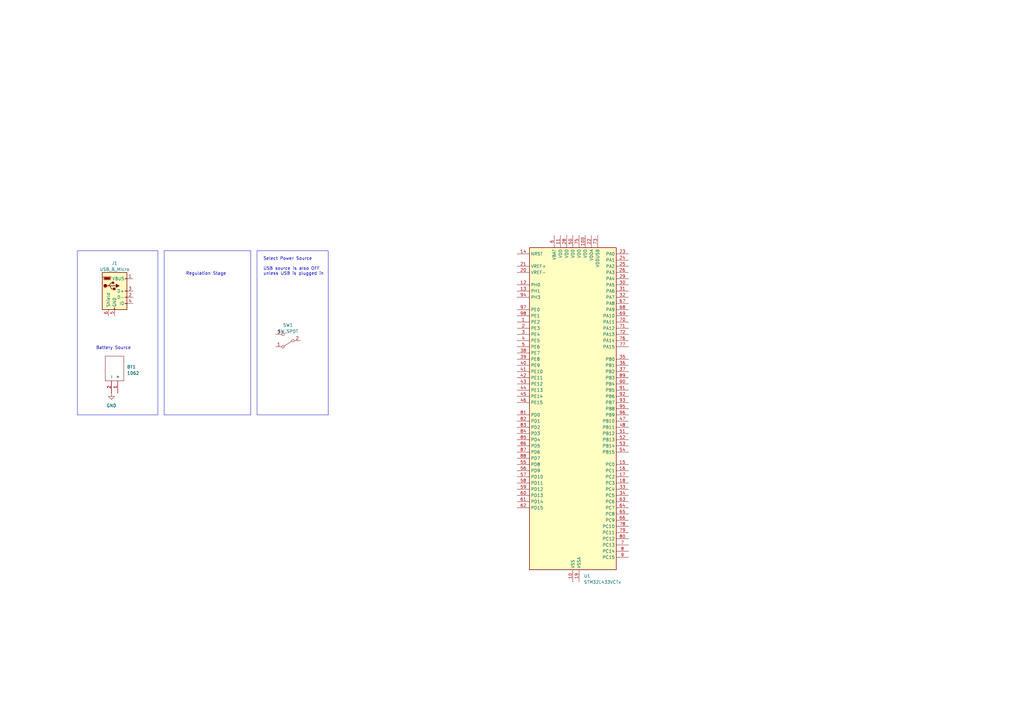
<source format=kicad_sch>
(kicad_sch (version 20230121) (generator eeschema)

  (uuid f2c5757f-e0e3-42ec-a3b9-27ce976e3a0f)

  (paper "A3")

  (title_block
    (date "2023-03-26")
    (company "Alexander S. Adranly")
  )

  (lib_symbols
    (symbol "Connector:USB_B_Micro" (pin_names (offset 1.016)) (in_bom yes) (on_board yes)
      (property "Reference" "J" (at -5.08 11.43 0)
        (effects (font (size 1.27 1.27)) (justify left))
      )
      (property "Value" "USB_B_Micro" (at -5.08 8.89 0)
        (effects (font (size 1.27 1.27)) (justify left))
      )
      (property "Footprint" "" (at 3.81 -1.27 0)
        (effects (font (size 1.27 1.27)) hide)
      )
      (property "Datasheet" "~" (at 3.81 -1.27 0)
        (effects (font (size 1.27 1.27)) hide)
      )
      (property "ki_keywords" "connector USB micro" (at 0 0 0)
        (effects (font (size 1.27 1.27)) hide)
      )
      (property "ki_description" "USB Micro Type B connector" (at 0 0 0)
        (effects (font (size 1.27 1.27)) hide)
      )
      (property "ki_fp_filters" "USB*" (at 0 0 0)
        (effects (font (size 1.27 1.27)) hide)
      )
      (symbol "USB_B_Micro_0_1"
        (rectangle (start -5.08 -7.62) (end 5.08 7.62)
          (stroke (width 0.254) (type default))
          (fill (type background))
        )
        (circle (center -3.81 2.159) (radius 0.635)
          (stroke (width 0.254) (type default))
          (fill (type outline))
        )
        (circle (center -0.635 3.429) (radius 0.381)
          (stroke (width 0.254) (type default))
          (fill (type outline))
        )
        (rectangle (start -0.127 -7.62) (end 0.127 -6.858)
          (stroke (width 0) (type default))
          (fill (type none))
        )
        (polyline
          (pts
            (xy -1.905 2.159)
            (xy 0.635 2.159)
          )
          (stroke (width 0.254) (type default))
          (fill (type none))
        )
        (polyline
          (pts
            (xy -3.175 2.159)
            (xy -2.54 2.159)
            (xy -1.27 3.429)
            (xy -0.635 3.429)
          )
          (stroke (width 0.254) (type default))
          (fill (type none))
        )
        (polyline
          (pts
            (xy -2.54 2.159)
            (xy -1.905 2.159)
            (xy -1.27 0.889)
            (xy 0 0.889)
          )
          (stroke (width 0.254) (type default))
          (fill (type none))
        )
        (polyline
          (pts
            (xy 0.635 2.794)
            (xy 0.635 1.524)
            (xy 1.905 2.159)
            (xy 0.635 2.794)
          )
          (stroke (width 0.254) (type default))
          (fill (type outline))
        )
        (polyline
          (pts
            (xy -4.318 5.588)
            (xy -1.778 5.588)
            (xy -2.032 4.826)
            (xy -4.064 4.826)
            (xy -4.318 5.588)
          )
          (stroke (width 0) (type default))
          (fill (type outline))
        )
        (polyline
          (pts
            (xy -4.699 5.842)
            (xy -4.699 5.588)
            (xy -4.445 4.826)
            (xy -4.445 4.572)
            (xy -1.651 4.572)
            (xy -1.651 4.826)
            (xy -1.397 5.588)
            (xy -1.397 5.842)
            (xy -4.699 5.842)
          )
          (stroke (width 0) (type default))
          (fill (type none))
        )
        (rectangle (start 0.254 1.27) (end -0.508 0.508)
          (stroke (width 0.254) (type default))
          (fill (type outline))
        )
        (rectangle (start 5.08 -5.207) (end 4.318 -4.953)
          (stroke (width 0) (type default))
          (fill (type none))
        )
        (rectangle (start 5.08 -2.667) (end 4.318 -2.413)
          (stroke (width 0) (type default))
          (fill (type none))
        )
        (rectangle (start 5.08 -0.127) (end 4.318 0.127)
          (stroke (width 0) (type default))
          (fill (type none))
        )
        (rectangle (start 5.08 4.953) (end 4.318 5.207)
          (stroke (width 0) (type default))
          (fill (type none))
        )
      )
      (symbol "USB_B_Micro_1_1"
        (pin power_out line (at 7.62 5.08 180) (length 2.54)
          (name "VBUS" (effects (font (size 1.27 1.27))))
          (number "1" (effects (font (size 1.27 1.27))))
        )
        (pin bidirectional line (at 7.62 -2.54 180) (length 2.54)
          (name "D-" (effects (font (size 1.27 1.27))))
          (number "2" (effects (font (size 1.27 1.27))))
        )
        (pin bidirectional line (at 7.62 0 180) (length 2.54)
          (name "D+" (effects (font (size 1.27 1.27))))
          (number "3" (effects (font (size 1.27 1.27))))
        )
        (pin passive line (at 7.62 -5.08 180) (length 2.54)
          (name "ID" (effects (font (size 1.27 1.27))))
          (number "4" (effects (font (size 1.27 1.27))))
        )
        (pin power_out line (at 0 -10.16 90) (length 2.54)
          (name "GND" (effects (font (size 1.27 1.27))))
          (number "5" (effects (font (size 1.27 1.27))))
        )
        (pin passive line (at -2.54 -10.16 90) (length 2.54)
          (name "Shield" (effects (font (size 1.27 1.27))))
          (number "6" (effects (font (size 1.27 1.27))))
        )
      )
    )
    (symbol "MCU_ST_STM32L4:STM32L433VCTx" (in_bom yes) (on_board yes)
      (property "Reference" "U" (at -17.78 67.31 0)
        (effects (font (size 1.27 1.27)) (justify left))
      )
      (property "Value" "STM32L433VCTx" (at 12.7 67.31 0)
        (effects (font (size 1.27 1.27)) (justify left))
      )
      (property "Footprint" "Package_QFP:LQFP-100_14x14mm_P0.5mm" (at -17.78 -66.04 0)
        (effects (font (size 1.27 1.27)) (justify right) hide)
      )
      (property "Datasheet" "https://www.st.com/resource/en/datasheet/stm32l433vc.pdf" (at 0 0 0)
        (effects (font (size 1.27 1.27)) hide)
      )
      (property "ki_locked" "" (at 0 0 0)
        (effects (font (size 1.27 1.27)))
      )
      (property "ki_keywords" "Arm Cortex-M4 STM32L4 STM32L4x3" (at 0 0 0)
        (effects (font (size 1.27 1.27)) hide)
      )
      (property "ki_description" "STMicroelectronics Arm Cortex-M4 MCU, 256KB flash, 64KB RAM, 80 MHz, 1.71-3.6V, 83 GPIO, LQFP100" (at 0 0 0)
        (effects (font (size 1.27 1.27)) hide)
      )
      (property "ki_fp_filters" "LQFP*14x14mm*P0.5mm*" (at 0 0 0)
        (effects (font (size 1.27 1.27)) hide)
      )
      (symbol "STM32L433VCTx_0_1"
        (rectangle (start -17.78 -66.04) (end 17.78 66.04)
          (stroke (width 0.254) (type default))
          (fill (type background))
        )
      )
      (symbol "STM32L433VCTx_1_1"
        (pin bidirectional line (at -22.86 35.56 0) (length 5.08)
          (name "PE2" (effects (font (size 1.27 1.27))))
          (number "1" (effects (font (size 1.27 1.27))))
          (alternate "LCD_SEG38" bidirectional line)
          (alternate "SAI1_MCLK_A" bidirectional line)
          (alternate "SYS_TRACECLK" bidirectional line)
          (alternate "TSC_G7_IO1" bidirectional line)
        )
        (pin power_in line (at 0 -71.12 90) (length 5.08)
          (name "VSS" (effects (font (size 1.27 1.27))))
          (number "10" (effects (font (size 1.27 1.27))))
        )
        (pin power_in line (at 5.08 71.12 270) (length 5.08)
          (name "VDD" (effects (font (size 1.27 1.27))))
          (number "100" (effects (font (size 1.27 1.27))))
        )
        (pin power_in line (at -5.08 71.12 270) (length 5.08)
          (name "VDD" (effects (font (size 1.27 1.27))))
          (number "11" (effects (font (size 1.27 1.27))))
        )
        (pin bidirectional line (at -22.86 50.8 0) (length 5.08)
          (name "PH0" (effects (font (size 1.27 1.27))))
          (number "12" (effects (font (size 1.27 1.27))))
          (alternate "RCC_OSC_IN" bidirectional line)
        )
        (pin bidirectional line (at -22.86 48.26 0) (length 5.08)
          (name "PH1" (effects (font (size 1.27 1.27))))
          (number "13" (effects (font (size 1.27 1.27))))
          (alternate "RCC_OSC_OUT" bidirectional line)
        )
        (pin input line (at -22.86 63.5 0) (length 5.08)
          (name "NRST" (effects (font (size 1.27 1.27))))
          (number "14" (effects (font (size 1.27 1.27))))
        )
        (pin bidirectional line (at 22.86 -22.86 180) (length 5.08)
          (name "PC0" (effects (font (size 1.27 1.27))))
          (number "15" (effects (font (size 1.27 1.27))))
          (alternate "ADC1_IN1" bidirectional line)
          (alternate "I2C3_SCL" bidirectional line)
          (alternate "LCD_SEG18" bidirectional line)
          (alternate "LPTIM1_IN1" bidirectional line)
          (alternate "LPTIM2_IN1" bidirectional line)
          (alternate "LPUART1_RX" bidirectional line)
        )
        (pin bidirectional line (at 22.86 -25.4 180) (length 5.08)
          (name "PC1" (effects (font (size 1.27 1.27))))
          (number "16" (effects (font (size 1.27 1.27))))
          (alternate "ADC1_IN2" bidirectional line)
          (alternate "I2C3_SDA" bidirectional line)
          (alternate "LCD_SEG19" bidirectional line)
          (alternate "LPTIM1_OUT" bidirectional line)
          (alternate "LPUART1_TX" bidirectional line)
        )
        (pin bidirectional line (at 22.86 -27.94 180) (length 5.08)
          (name "PC2" (effects (font (size 1.27 1.27))))
          (number "17" (effects (font (size 1.27 1.27))))
          (alternate "ADC1_IN3" bidirectional line)
          (alternate "LCD_SEG20" bidirectional line)
          (alternate "LPTIM1_IN2" bidirectional line)
          (alternate "SPI2_MISO" bidirectional line)
        )
        (pin bidirectional line (at 22.86 -30.48 180) (length 5.08)
          (name "PC3" (effects (font (size 1.27 1.27))))
          (number "18" (effects (font (size 1.27 1.27))))
          (alternate "ADC1_IN4" bidirectional line)
          (alternate "LCD_VLCD" bidirectional line)
          (alternate "LPTIM1_ETR" bidirectional line)
          (alternate "LPTIM2_ETR" bidirectional line)
          (alternate "SAI1_SD_A" bidirectional line)
          (alternate "SPI2_MOSI" bidirectional line)
        )
        (pin power_in line (at 2.54 -71.12 90) (length 5.08)
          (name "VSSA" (effects (font (size 1.27 1.27))))
          (number "19" (effects (font (size 1.27 1.27))))
        )
        (pin bidirectional line (at -22.86 33.02 0) (length 5.08)
          (name "PE3" (effects (font (size 1.27 1.27))))
          (number "2" (effects (font (size 1.27 1.27))))
          (alternate "LCD_SEG39" bidirectional line)
          (alternate "SAI1_SD_B" bidirectional line)
          (alternate "SYS_TRACED0" bidirectional line)
          (alternate "TSC_G7_IO2" bidirectional line)
        )
        (pin input line (at -22.86 55.88 0) (length 5.08)
          (name "VREF-" (effects (font (size 1.27 1.27))))
          (number "20" (effects (font (size 1.27 1.27))))
        )
        (pin input line (at -22.86 58.42 0) (length 5.08)
          (name "VREF+" (effects (font (size 1.27 1.27))))
          (number "21" (effects (font (size 1.27 1.27))))
          (alternate "VREFBUF_OUT" bidirectional line)
        )
        (pin power_in line (at 7.62 71.12 270) (length 5.08)
          (name "VDDA" (effects (font (size 1.27 1.27))))
          (number "22" (effects (font (size 1.27 1.27))))
        )
        (pin bidirectional line (at 22.86 63.5 180) (length 5.08)
          (name "PA0" (effects (font (size 1.27 1.27))))
          (number "23" (effects (font (size 1.27 1.27))))
          (alternate "ADC1_IN5" bidirectional line)
          (alternate "COMP1_INM" bidirectional line)
          (alternate "COMP1_OUT" bidirectional line)
          (alternate "OPAMP1_VINP" bidirectional line)
          (alternate "RTC_TAMP2" bidirectional line)
          (alternate "SAI1_EXTCLK" bidirectional line)
          (alternate "SYS_WKUP1" bidirectional line)
          (alternate "TIM2_CH1" bidirectional line)
          (alternate "TIM2_ETR" bidirectional line)
          (alternate "USART2_CTS" bidirectional line)
        )
        (pin bidirectional line (at 22.86 60.96 180) (length 5.08)
          (name "PA1" (effects (font (size 1.27 1.27))))
          (number "24" (effects (font (size 1.27 1.27))))
          (alternate "ADC1_IN6" bidirectional line)
          (alternate "COMP1_INP" bidirectional line)
          (alternate "I2C1_SMBA" bidirectional line)
          (alternate "LCD_SEG0" bidirectional line)
          (alternate "OPAMP1_VINM" bidirectional line)
          (alternate "SPI1_SCK" bidirectional line)
          (alternate "TIM15_CH1N" bidirectional line)
          (alternate "TIM2_CH2" bidirectional line)
          (alternate "USART2_DE" bidirectional line)
          (alternate "USART2_RTS" bidirectional line)
        )
        (pin bidirectional line (at 22.86 58.42 180) (length 5.08)
          (name "PA2" (effects (font (size 1.27 1.27))))
          (number "25" (effects (font (size 1.27 1.27))))
          (alternate "ADC1_IN7" bidirectional line)
          (alternate "COMP2_INM" bidirectional line)
          (alternate "COMP2_OUT" bidirectional line)
          (alternate "LCD_SEG1" bidirectional line)
          (alternate "LPUART1_TX" bidirectional line)
          (alternate "QUADSPI_BK1_NCS" bidirectional line)
          (alternate "RCC_LSCO" bidirectional line)
          (alternate "SYS_WKUP4" bidirectional line)
          (alternate "TIM15_CH1" bidirectional line)
          (alternate "TIM2_CH3" bidirectional line)
          (alternate "USART2_TX" bidirectional line)
        )
        (pin bidirectional line (at 22.86 55.88 180) (length 5.08)
          (name "PA3" (effects (font (size 1.27 1.27))))
          (number "26" (effects (font (size 1.27 1.27))))
          (alternate "ADC1_IN8" bidirectional line)
          (alternate "COMP2_INP" bidirectional line)
          (alternate "LCD_SEG2" bidirectional line)
          (alternate "LPUART1_RX" bidirectional line)
          (alternate "OPAMP1_VOUT" bidirectional line)
          (alternate "QUADSPI_CLK" bidirectional line)
          (alternate "SAI1_MCLK_A" bidirectional line)
          (alternate "TIM15_CH2" bidirectional line)
          (alternate "TIM2_CH4" bidirectional line)
          (alternate "USART2_RX" bidirectional line)
        )
        (pin passive line (at 0 -71.12 90) (length 5.08) hide
          (name "VSS" (effects (font (size 1.27 1.27))))
          (number "27" (effects (font (size 1.27 1.27))))
        )
        (pin power_in line (at -2.54 71.12 270) (length 5.08)
          (name "VDD" (effects (font (size 1.27 1.27))))
          (number "28" (effects (font (size 1.27 1.27))))
        )
        (pin bidirectional line (at 22.86 53.34 180) (length 5.08)
          (name "PA4" (effects (font (size 1.27 1.27))))
          (number "29" (effects (font (size 1.27 1.27))))
          (alternate "ADC1_IN9" bidirectional line)
          (alternate "COMP1_INM" bidirectional line)
          (alternate "COMP2_INM" bidirectional line)
          (alternate "DAC1_OUT1" bidirectional line)
          (alternate "LPTIM2_OUT" bidirectional line)
          (alternate "SAI1_FS_B" bidirectional line)
          (alternate "SPI1_NSS" bidirectional line)
          (alternate "SPI3_NSS" bidirectional line)
          (alternate "USART2_CK" bidirectional line)
        )
        (pin bidirectional line (at -22.86 30.48 0) (length 5.08)
          (name "PE4" (effects (font (size 1.27 1.27))))
          (number "3" (effects (font (size 1.27 1.27))))
          (alternate "SAI1_FS_A" bidirectional line)
          (alternate "SYS_TRACED1" bidirectional line)
          (alternate "TSC_G7_IO3" bidirectional line)
        )
        (pin bidirectional line (at 22.86 50.8 180) (length 5.08)
          (name "PA5" (effects (font (size 1.27 1.27))))
          (number "30" (effects (font (size 1.27 1.27))))
          (alternate "ADC1_IN10" bidirectional line)
          (alternate "COMP1_INM" bidirectional line)
          (alternate "COMP2_INM" bidirectional line)
          (alternate "DAC1_OUT2" bidirectional line)
          (alternate "LPTIM2_ETR" bidirectional line)
          (alternate "SPI1_SCK" bidirectional line)
          (alternate "TIM2_CH1" bidirectional line)
          (alternate "TIM2_ETR" bidirectional line)
        )
        (pin bidirectional line (at 22.86 48.26 180) (length 5.08)
          (name "PA6" (effects (font (size 1.27 1.27))))
          (number "31" (effects (font (size 1.27 1.27))))
          (alternate "ADC1_IN11" bidirectional line)
          (alternate "COMP1_OUT" bidirectional line)
          (alternate "LCD_SEG3" bidirectional line)
          (alternate "LPUART1_CTS" bidirectional line)
          (alternate "QUADSPI_BK1_IO3" bidirectional line)
          (alternate "SPI1_MISO" bidirectional line)
          (alternate "TIM16_CH1" bidirectional line)
          (alternate "TIM1_BKIN" bidirectional line)
          (alternate "TIM1_BKIN_COMP2" bidirectional line)
          (alternate "USART3_CTS" bidirectional line)
        )
        (pin bidirectional line (at 22.86 45.72 180) (length 5.08)
          (name "PA7" (effects (font (size 1.27 1.27))))
          (number "32" (effects (font (size 1.27 1.27))))
          (alternate "ADC1_IN12" bidirectional line)
          (alternate "COMP2_OUT" bidirectional line)
          (alternate "I2C3_SCL" bidirectional line)
          (alternate "LCD_SEG4" bidirectional line)
          (alternate "QUADSPI_BK1_IO2" bidirectional line)
          (alternate "SPI1_MOSI" bidirectional line)
          (alternate "TIM1_CH1N" bidirectional line)
        )
        (pin bidirectional line (at 22.86 -33.02 180) (length 5.08)
          (name "PC4" (effects (font (size 1.27 1.27))))
          (number "33" (effects (font (size 1.27 1.27))))
          (alternate "ADC1_IN13" bidirectional line)
          (alternate "COMP1_INM" bidirectional line)
          (alternate "LCD_SEG22" bidirectional line)
          (alternate "USART3_TX" bidirectional line)
        )
        (pin bidirectional line (at 22.86 -35.56 180) (length 5.08)
          (name "PC5" (effects (font (size 1.27 1.27))))
          (number "34" (effects (font (size 1.27 1.27))))
          (alternate "ADC1_IN14" bidirectional line)
          (alternate "COMP1_INP" bidirectional line)
          (alternate "LCD_SEG23" bidirectional line)
          (alternate "SYS_WKUP5" bidirectional line)
          (alternate "USART3_RX" bidirectional line)
        )
        (pin bidirectional line (at 22.86 20.32 180) (length 5.08)
          (name "PB0" (effects (font (size 1.27 1.27))))
          (number "35" (effects (font (size 1.27 1.27))))
          (alternate "ADC1_IN15" bidirectional line)
          (alternate "COMP1_OUT" bidirectional line)
          (alternate "LCD_SEG5" bidirectional line)
          (alternate "QUADSPI_BK1_IO1" bidirectional line)
          (alternate "SAI1_EXTCLK" bidirectional line)
          (alternate "SPI1_NSS" bidirectional line)
          (alternate "TIM1_CH2N" bidirectional line)
          (alternate "USART3_CK" bidirectional line)
        )
        (pin bidirectional line (at 22.86 17.78 180) (length 5.08)
          (name "PB1" (effects (font (size 1.27 1.27))))
          (number "36" (effects (font (size 1.27 1.27))))
          (alternate "ADC1_IN16" bidirectional line)
          (alternate "COMP1_INM" bidirectional line)
          (alternate "LCD_SEG6" bidirectional line)
          (alternate "LPTIM2_IN1" bidirectional line)
          (alternate "LPUART1_DE" bidirectional line)
          (alternate "LPUART1_RTS" bidirectional line)
          (alternate "QUADSPI_BK1_IO0" bidirectional line)
          (alternate "TIM1_CH3N" bidirectional line)
          (alternate "USART3_DE" bidirectional line)
          (alternate "USART3_RTS" bidirectional line)
        )
        (pin bidirectional line (at 22.86 15.24 180) (length 5.08)
          (name "PB2" (effects (font (size 1.27 1.27))))
          (number "37" (effects (font (size 1.27 1.27))))
          (alternate "COMP1_INP" bidirectional line)
          (alternate "I2C3_SMBA" bidirectional line)
          (alternate "LCD_VLCD" bidirectional line)
          (alternate "LPTIM1_OUT" bidirectional line)
          (alternate "RTC_OUT_ALARM" bidirectional line)
          (alternate "RTC_OUT_CALIB" bidirectional line)
        )
        (pin bidirectional line (at -22.86 22.86 0) (length 5.08)
          (name "PE7" (effects (font (size 1.27 1.27))))
          (number "38" (effects (font (size 1.27 1.27))))
          (alternate "SAI1_SD_B" bidirectional line)
          (alternate "TIM1_ETR" bidirectional line)
        )
        (pin bidirectional line (at -22.86 20.32 0) (length 5.08)
          (name "PE8" (effects (font (size 1.27 1.27))))
          (number "39" (effects (font (size 1.27 1.27))))
          (alternate "SAI1_SCK_B" bidirectional line)
          (alternate "TIM1_CH1N" bidirectional line)
        )
        (pin bidirectional line (at -22.86 27.94 0) (length 5.08)
          (name "PE5" (effects (font (size 1.27 1.27))))
          (number "4" (effects (font (size 1.27 1.27))))
          (alternate "SAI1_SCK_A" bidirectional line)
          (alternate "SYS_TRACED2" bidirectional line)
          (alternate "TSC_G7_IO4" bidirectional line)
        )
        (pin bidirectional line (at -22.86 17.78 0) (length 5.08)
          (name "PE9" (effects (font (size 1.27 1.27))))
          (number "40" (effects (font (size 1.27 1.27))))
          (alternate "DAC1_EXTI9" bidirectional line)
          (alternate "SAI1_FS_B" bidirectional line)
          (alternate "TIM1_CH1" bidirectional line)
        )
        (pin bidirectional line (at -22.86 15.24 0) (length 5.08)
          (name "PE10" (effects (font (size 1.27 1.27))))
          (number "41" (effects (font (size 1.27 1.27))))
          (alternate "QUADSPI_CLK" bidirectional line)
          (alternate "SAI1_MCLK_B" bidirectional line)
          (alternate "TIM1_CH2N" bidirectional line)
          (alternate "TSC_G5_IO1" bidirectional line)
        )
        (pin bidirectional line (at -22.86 12.7 0) (length 5.08)
          (name "PE11" (effects (font (size 1.27 1.27))))
          (number "42" (effects (font (size 1.27 1.27))))
          (alternate "ADC1_EXTI11" bidirectional line)
          (alternate "QUADSPI_BK1_NCS" bidirectional line)
          (alternate "TIM1_CH2" bidirectional line)
          (alternate "TSC_G5_IO2" bidirectional line)
        )
        (pin bidirectional line (at -22.86 10.16 0) (length 5.08)
          (name "PE12" (effects (font (size 1.27 1.27))))
          (number "43" (effects (font (size 1.27 1.27))))
          (alternate "QUADSPI_BK1_IO0" bidirectional line)
          (alternate "SPI1_NSS" bidirectional line)
          (alternate "TIM1_CH3N" bidirectional line)
          (alternate "TSC_G5_IO3" bidirectional line)
        )
        (pin bidirectional line (at -22.86 7.62 0) (length 5.08)
          (name "PE13" (effects (font (size 1.27 1.27))))
          (number "44" (effects (font (size 1.27 1.27))))
          (alternate "QUADSPI_BK1_IO1" bidirectional line)
          (alternate "SPI1_SCK" bidirectional line)
          (alternate "TIM1_CH3" bidirectional line)
          (alternate "TSC_G5_IO4" bidirectional line)
        )
        (pin bidirectional line (at -22.86 5.08 0) (length 5.08)
          (name "PE14" (effects (font (size 1.27 1.27))))
          (number "45" (effects (font (size 1.27 1.27))))
          (alternate "QUADSPI_BK1_IO2" bidirectional line)
          (alternate "SPI1_MISO" bidirectional line)
          (alternate "TIM1_BKIN2" bidirectional line)
          (alternate "TIM1_BKIN2_COMP2" bidirectional line)
          (alternate "TIM1_CH4" bidirectional line)
        )
        (pin bidirectional line (at -22.86 2.54 0) (length 5.08)
          (name "PE15" (effects (font (size 1.27 1.27))))
          (number "46" (effects (font (size 1.27 1.27))))
          (alternate "ADC1_EXTI15" bidirectional line)
          (alternate "QUADSPI_BK1_IO3" bidirectional line)
          (alternate "SPI1_MOSI" bidirectional line)
          (alternate "TIM1_BKIN" bidirectional line)
          (alternate "TIM1_BKIN_COMP1" bidirectional line)
        )
        (pin bidirectional line (at 22.86 -5.08 180) (length 5.08)
          (name "PB10" (effects (font (size 1.27 1.27))))
          (number "47" (effects (font (size 1.27 1.27))))
          (alternate "COMP1_OUT" bidirectional line)
          (alternate "I2C2_SCL" bidirectional line)
          (alternate "LCD_SEG10" bidirectional line)
          (alternate "LPUART1_RX" bidirectional line)
          (alternate "QUADSPI_CLK" bidirectional line)
          (alternate "SAI1_SCK_A" bidirectional line)
          (alternate "SPI2_SCK" bidirectional line)
          (alternate "TIM2_CH3" bidirectional line)
          (alternate "TSC_SYNC" bidirectional line)
          (alternate "USART3_TX" bidirectional line)
        )
        (pin bidirectional line (at 22.86 -7.62 180) (length 5.08)
          (name "PB11" (effects (font (size 1.27 1.27))))
          (number "48" (effects (font (size 1.27 1.27))))
          (alternate "ADC1_EXTI11" bidirectional line)
          (alternate "COMP2_OUT" bidirectional line)
          (alternate "I2C2_SDA" bidirectional line)
          (alternate "LCD_SEG11" bidirectional line)
          (alternate "LPUART1_TX" bidirectional line)
          (alternate "QUADSPI_BK1_NCS" bidirectional line)
          (alternate "TIM2_CH4" bidirectional line)
          (alternate "USART3_RX" bidirectional line)
        )
        (pin passive line (at 0 -71.12 90) (length 5.08) hide
          (name "VSS" (effects (font (size 1.27 1.27))))
          (number "49" (effects (font (size 1.27 1.27))))
        )
        (pin bidirectional line (at -22.86 25.4 0) (length 5.08)
          (name "PE6" (effects (font (size 1.27 1.27))))
          (number "5" (effects (font (size 1.27 1.27))))
          (alternate "RTC_TAMP3" bidirectional line)
          (alternate "SAI1_SD_A" bidirectional line)
          (alternate "SYS_TRACED3" bidirectional line)
          (alternate "SYS_WKUP3" bidirectional line)
        )
        (pin power_in line (at 0 71.12 270) (length 5.08)
          (name "VDD" (effects (font (size 1.27 1.27))))
          (number "50" (effects (font (size 1.27 1.27))))
        )
        (pin bidirectional line (at 22.86 -10.16 180) (length 5.08)
          (name "PB12" (effects (font (size 1.27 1.27))))
          (number "51" (effects (font (size 1.27 1.27))))
          (alternate "I2C2_SMBA" bidirectional line)
          (alternate "LCD_SEG12" bidirectional line)
          (alternate "LPUART1_DE" bidirectional line)
          (alternate "LPUART1_RTS" bidirectional line)
          (alternate "SAI1_FS_A" bidirectional line)
          (alternate "SPI2_NSS" bidirectional line)
          (alternate "SWPMI1_IO" bidirectional line)
          (alternate "TIM15_BKIN" bidirectional line)
          (alternate "TIM1_BKIN" bidirectional line)
          (alternate "TIM1_BKIN_COMP2" bidirectional line)
          (alternate "TSC_G1_IO1" bidirectional line)
          (alternate "USART3_CK" bidirectional line)
        )
        (pin bidirectional line (at 22.86 -12.7 180) (length 5.08)
          (name "PB13" (effects (font (size 1.27 1.27))))
          (number "52" (effects (font (size 1.27 1.27))))
          (alternate "I2C2_SCL" bidirectional line)
          (alternate "LCD_SEG13" bidirectional line)
          (alternate "LPUART1_CTS" bidirectional line)
          (alternate "SAI1_SCK_A" bidirectional line)
          (alternate "SPI2_SCK" bidirectional line)
          (alternate "SWPMI1_TX" bidirectional line)
          (alternate "TIM15_CH1N" bidirectional line)
          (alternate "TIM1_CH1N" bidirectional line)
          (alternate "TSC_G1_IO2" bidirectional line)
          (alternate "USART3_CTS" bidirectional line)
        )
        (pin bidirectional line (at 22.86 -15.24 180) (length 5.08)
          (name "PB14" (effects (font (size 1.27 1.27))))
          (number "53" (effects (font (size 1.27 1.27))))
          (alternate "I2C2_SDA" bidirectional line)
          (alternate "LCD_SEG14" bidirectional line)
          (alternate "SAI1_MCLK_A" bidirectional line)
          (alternate "SPI2_MISO" bidirectional line)
          (alternate "SWPMI1_RX" bidirectional line)
          (alternate "TIM15_CH1" bidirectional line)
          (alternate "TIM1_CH2N" bidirectional line)
          (alternate "TSC_G1_IO3" bidirectional line)
          (alternate "USART3_DE" bidirectional line)
          (alternate "USART3_RTS" bidirectional line)
        )
        (pin bidirectional line (at 22.86 -17.78 180) (length 5.08)
          (name "PB15" (effects (font (size 1.27 1.27))))
          (number "54" (effects (font (size 1.27 1.27))))
          (alternate "ADC1_EXTI15" bidirectional line)
          (alternate "LCD_SEG15" bidirectional line)
          (alternate "RTC_REFIN" bidirectional line)
          (alternate "SAI1_SD_A" bidirectional line)
          (alternate "SPI2_MOSI" bidirectional line)
          (alternate "SWPMI1_SUSPEND" bidirectional line)
          (alternate "TIM15_CH2" bidirectional line)
          (alternate "TIM1_CH3N" bidirectional line)
          (alternate "TSC_G1_IO4" bidirectional line)
        )
        (pin bidirectional line (at -22.86 -22.86 0) (length 5.08)
          (name "PD8" (effects (font (size 1.27 1.27))))
          (number "55" (effects (font (size 1.27 1.27))))
          (alternate "LCD_SEG28" bidirectional line)
          (alternate "USART3_TX" bidirectional line)
        )
        (pin bidirectional line (at -22.86 -25.4 0) (length 5.08)
          (name "PD9" (effects (font (size 1.27 1.27))))
          (number "56" (effects (font (size 1.27 1.27))))
          (alternate "DAC1_EXTI9" bidirectional line)
          (alternate "LCD_SEG29" bidirectional line)
          (alternate "USART3_RX" bidirectional line)
        )
        (pin bidirectional line (at -22.86 -27.94 0) (length 5.08)
          (name "PD10" (effects (font (size 1.27 1.27))))
          (number "57" (effects (font (size 1.27 1.27))))
          (alternate "LCD_SEG30" bidirectional line)
          (alternate "TSC_G6_IO1" bidirectional line)
          (alternate "USART3_CK" bidirectional line)
        )
        (pin bidirectional line (at -22.86 -30.48 0) (length 5.08)
          (name "PD11" (effects (font (size 1.27 1.27))))
          (number "58" (effects (font (size 1.27 1.27))))
          (alternate "ADC1_EXTI11" bidirectional line)
          (alternate "LCD_SEG31" bidirectional line)
          (alternate "LPTIM2_ETR" bidirectional line)
          (alternate "TSC_G6_IO2" bidirectional line)
          (alternate "USART3_CTS" bidirectional line)
        )
        (pin bidirectional line (at -22.86 -33.02 0) (length 5.08)
          (name "PD12" (effects (font (size 1.27 1.27))))
          (number "59" (effects (font (size 1.27 1.27))))
          (alternate "LCD_SEG32" bidirectional line)
          (alternate "LPTIM2_IN1" bidirectional line)
          (alternate "TSC_G6_IO3" bidirectional line)
          (alternate "USART3_DE" bidirectional line)
          (alternate "USART3_RTS" bidirectional line)
        )
        (pin power_in line (at -7.62 71.12 270) (length 5.08)
          (name "VBAT" (effects (font (size 1.27 1.27))))
          (number "6" (effects (font (size 1.27 1.27))))
        )
        (pin bidirectional line (at -22.86 -35.56 0) (length 5.08)
          (name "PD13" (effects (font (size 1.27 1.27))))
          (number "60" (effects (font (size 1.27 1.27))))
          (alternate "LCD_SEG33" bidirectional line)
          (alternate "LPTIM2_OUT" bidirectional line)
          (alternate "TSC_G6_IO4" bidirectional line)
        )
        (pin bidirectional line (at -22.86 -38.1 0) (length 5.08)
          (name "PD14" (effects (font (size 1.27 1.27))))
          (number "61" (effects (font (size 1.27 1.27))))
          (alternate "LCD_SEG34" bidirectional line)
        )
        (pin bidirectional line (at -22.86 -40.64 0) (length 5.08)
          (name "PD15" (effects (font (size 1.27 1.27))))
          (number "62" (effects (font (size 1.27 1.27))))
          (alternate "ADC1_EXTI15" bidirectional line)
          (alternate "LCD_SEG35" bidirectional line)
        )
        (pin bidirectional line (at 22.86 -38.1 180) (length 5.08)
          (name "PC6" (effects (font (size 1.27 1.27))))
          (number "63" (effects (font (size 1.27 1.27))))
          (alternate "LCD_SEG24" bidirectional line)
          (alternate "SDMMC1_D6" bidirectional line)
          (alternate "TSC_G4_IO1" bidirectional line)
        )
        (pin bidirectional line (at 22.86 -40.64 180) (length 5.08)
          (name "PC7" (effects (font (size 1.27 1.27))))
          (number "64" (effects (font (size 1.27 1.27))))
          (alternate "LCD_SEG25" bidirectional line)
          (alternate "SDMMC1_D7" bidirectional line)
          (alternate "TSC_G4_IO2" bidirectional line)
        )
        (pin bidirectional line (at 22.86 -43.18 180) (length 5.08)
          (name "PC8" (effects (font (size 1.27 1.27))))
          (number "65" (effects (font (size 1.27 1.27))))
          (alternate "LCD_SEG26" bidirectional line)
          (alternate "SDMMC1_D0" bidirectional line)
          (alternate "TSC_G4_IO3" bidirectional line)
        )
        (pin bidirectional line (at 22.86 -45.72 180) (length 5.08)
          (name "PC9" (effects (font (size 1.27 1.27))))
          (number "66" (effects (font (size 1.27 1.27))))
          (alternate "DAC1_EXTI9" bidirectional line)
          (alternate "LCD_SEG27" bidirectional line)
          (alternate "SDMMC1_D1" bidirectional line)
          (alternate "TSC_G4_IO4" bidirectional line)
          (alternate "USB_NOE" bidirectional line)
        )
        (pin bidirectional line (at 22.86 43.18 180) (length 5.08)
          (name "PA8" (effects (font (size 1.27 1.27))))
          (number "67" (effects (font (size 1.27 1.27))))
          (alternate "LCD_COM0" bidirectional line)
          (alternate "LPTIM2_OUT" bidirectional line)
          (alternate "RCC_MCO" bidirectional line)
          (alternate "SAI1_SCK_A" bidirectional line)
          (alternate "SWPMI1_IO" bidirectional line)
          (alternate "TIM1_CH1" bidirectional line)
          (alternate "USART1_CK" bidirectional line)
        )
        (pin bidirectional line (at 22.86 40.64 180) (length 5.08)
          (name "PA9" (effects (font (size 1.27 1.27))))
          (number "68" (effects (font (size 1.27 1.27))))
          (alternate "DAC1_EXTI9" bidirectional line)
          (alternate "I2C1_SCL" bidirectional line)
          (alternate "LCD_COM1" bidirectional line)
          (alternate "SAI1_FS_A" bidirectional line)
          (alternate "TIM15_BKIN" bidirectional line)
          (alternate "TIM1_CH2" bidirectional line)
          (alternate "USART1_TX" bidirectional line)
        )
        (pin bidirectional line (at 22.86 38.1 180) (length 5.08)
          (name "PA10" (effects (font (size 1.27 1.27))))
          (number "69" (effects (font (size 1.27 1.27))))
          (alternate "CRS_SYNC" bidirectional line)
          (alternate "I2C1_SDA" bidirectional line)
          (alternate "LCD_COM2" bidirectional line)
          (alternate "SAI1_SD_A" bidirectional line)
          (alternate "TIM1_CH3" bidirectional line)
          (alternate "USART1_RX" bidirectional line)
        )
        (pin bidirectional line (at 22.86 -55.88 180) (length 5.08)
          (name "PC13" (effects (font (size 1.27 1.27))))
          (number "7" (effects (font (size 1.27 1.27))))
          (alternate "RTC_OUT_ALARM" bidirectional line)
          (alternate "RTC_OUT_CALIB" bidirectional line)
          (alternate "RTC_TAMP1" bidirectional line)
          (alternate "RTC_TS" bidirectional line)
          (alternate "SYS_WKUP2" bidirectional line)
        )
        (pin bidirectional line (at 22.86 35.56 180) (length 5.08)
          (name "PA11" (effects (font (size 1.27 1.27))))
          (number "70" (effects (font (size 1.27 1.27))))
          (alternate "ADC1_EXTI11" bidirectional line)
          (alternate "CAN1_RX" bidirectional line)
          (alternate "COMP1_OUT" bidirectional line)
          (alternate "SPI1_MISO" bidirectional line)
          (alternate "TIM1_BKIN2" bidirectional line)
          (alternate "TIM1_BKIN2_COMP1" bidirectional line)
          (alternate "TIM1_CH4" bidirectional line)
          (alternate "USART1_CTS" bidirectional line)
          (alternate "USB_DM" bidirectional line)
        )
        (pin bidirectional line (at 22.86 33.02 180) (length 5.08)
          (name "PA12" (effects (font (size 1.27 1.27))))
          (number "71" (effects (font (size 1.27 1.27))))
          (alternate "CAN1_TX" bidirectional line)
          (alternate "SPI1_MOSI" bidirectional line)
          (alternate "TIM1_ETR" bidirectional line)
          (alternate "USART1_DE" bidirectional line)
          (alternate "USART1_RTS" bidirectional line)
          (alternate "USB_DP" bidirectional line)
        )
        (pin bidirectional line (at 22.86 30.48 180) (length 5.08)
          (name "PA13" (effects (font (size 1.27 1.27))))
          (number "72" (effects (font (size 1.27 1.27))))
          (alternate "IR_OUT" bidirectional line)
          (alternate "SAI1_SD_B" bidirectional line)
          (alternate "SWPMI1_TX" bidirectional line)
          (alternate "SYS_JTMS-SWDIO" bidirectional line)
          (alternate "USB_NOE" bidirectional line)
        )
        (pin power_in line (at 10.16 71.12 270) (length 5.08)
          (name "VDDUSB" (effects (font (size 1.27 1.27))))
          (number "73" (effects (font (size 1.27 1.27))))
        )
        (pin passive line (at 0 -71.12 90) (length 5.08) hide
          (name "VSS" (effects (font (size 1.27 1.27))))
          (number "74" (effects (font (size 1.27 1.27))))
        )
        (pin power_in line (at 2.54 71.12 270) (length 5.08)
          (name "VDD" (effects (font (size 1.27 1.27))))
          (number "75" (effects (font (size 1.27 1.27))))
        )
        (pin bidirectional line (at 22.86 27.94 180) (length 5.08)
          (name "PA14" (effects (font (size 1.27 1.27))))
          (number "76" (effects (font (size 1.27 1.27))))
          (alternate "I2C1_SMBA" bidirectional line)
          (alternate "LPTIM1_OUT" bidirectional line)
          (alternate "SAI1_FS_B" bidirectional line)
          (alternate "SWPMI1_RX" bidirectional line)
          (alternate "SYS_JTCK-SWCLK" bidirectional line)
        )
        (pin bidirectional line (at 22.86 25.4 180) (length 5.08)
          (name "PA15" (effects (font (size 1.27 1.27))))
          (number "77" (effects (font (size 1.27 1.27))))
          (alternate "ADC1_EXTI15" bidirectional line)
          (alternate "LCD_SEG17" bidirectional line)
          (alternate "SPI1_NSS" bidirectional line)
          (alternate "SPI3_NSS" bidirectional line)
          (alternate "SWPMI1_SUSPEND" bidirectional line)
          (alternate "SYS_JTDI" bidirectional line)
          (alternate "TIM2_CH1" bidirectional line)
          (alternate "TIM2_ETR" bidirectional line)
          (alternate "TSC_G3_IO1" bidirectional line)
          (alternate "USART2_RX" bidirectional line)
          (alternate "USART3_DE" bidirectional line)
          (alternate "USART3_RTS" bidirectional line)
        )
        (pin bidirectional line (at 22.86 -48.26 180) (length 5.08)
          (name "PC10" (effects (font (size 1.27 1.27))))
          (number "78" (effects (font (size 1.27 1.27))))
          (alternate "LCD_COM4" bidirectional line)
          (alternate "LCD_SEG28" bidirectional line)
          (alternate "LCD_SEG40" bidirectional line)
          (alternate "SDMMC1_D2" bidirectional line)
          (alternate "SPI3_SCK" bidirectional line)
          (alternate "TSC_G3_IO2" bidirectional line)
          (alternate "USART3_TX" bidirectional line)
        )
        (pin bidirectional line (at 22.86 -50.8 180) (length 5.08)
          (name "PC11" (effects (font (size 1.27 1.27))))
          (number "79" (effects (font (size 1.27 1.27))))
          (alternate "ADC1_EXTI11" bidirectional line)
          (alternate "LCD_COM5" bidirectional line)
          (alternate "LCD_SEG29" bidirectional line)
          (alternate "LCD_SEG41" bidirectional line)
          (alternate "SDMMC1_D3" bidirectional line)
          (alternate "SPI3_MISO" bidirectional line)
          (alternate "TSC_G3_IO3" bidirectional line)
          (alternate "USART3_RX" bidirectional line)
        )
        (pin bidirectional line (at 22.86 -58.42 180) (length 5.08)
          (name "PC14" (effects (font (size 1.27 1.27))))
          (number "8" (effects (font (size 1.27 1.27))))
          (alternate "RCC_OSC32_IN" bidirectional line)
        )
        (pin bidirectional line (at 22.86 -53.34 180) (length 5.08)
          (name "PC12" (effects (font (size 1.27 1.27))))
          (number "80" (effects (font (size 1.27 1.27))))
          (alternate "LCD_COM6" bidirectional line)
          (alternate "LCD_SEG30" bidirectional line)
          (alternate "LCD_SEG42" bidirectional line)
          (alternate "SDMMC1_CK" bidirectional line)
          (alternate "SPI3_MOSI" bidirectional line)
          (alternate "TSC_G3_IO4" bidirectional line)
          (alternate "USART3_CK" bidirectional line)
        )
        (pin bidirectional line (at -22.86 -2.54 0) (length 5.08)
          (name "PD0" (effects (font (size 1.27 1.27))))
          (number "81" (effects (font (size 1.27 1.27))))
          (alternate "CAN1_RX" bidirectional line)
          (alternate "SPI2_NSS" bidirectional line)
        )
        (pin bidirectional line (at -22.86 -5.08 0) (length 5.08)
          (name "PD1" (effects (font (size 1.27 1.27))))
          (number "82" (effects (font (size 1.27 1.27))))
          (alternate "CAN1_TX" bidirectional line)
          (alternate "SPI2_SCK" bidirectional line)
        )
        (pin bidirectional line (at -22.86 -7.62 0) (length 5.08)
          (name "PD2" (effects (font (size 1.27 1.27))))
          (number "83" (effects (font (size 1.27 1.27))))
          (alternate "LCD_COM7" bidirectional line)
          (alternate "LCD_SEG31" bidirectional line)
          (alternate "LCD_SEG43" bidirectional line)
          (alternate "SDMMC1_CMD" bidirectional line)
          (alternate "TSC_SYNC" bidirectional line)
          (alternate "USART3_DE" bidirectional line)
          (alternate "USART3_RTS" bidirectional line)
        )
        (pin bidirectional line (at -22.86 -10.16 0) (length 5.08)
          (name "PD3" (effects (font (size 1.27 1.27))))
          (number "84" (effects (font (size 1.27 1.27))))
          (alternate "QUADSPI_BK2_NCS" bidirectional line)
          (alternate "SPI2_MISO" bidirectional line)
          (alternate "USART2_CTS" bidirectional line)
        )
        (pin bidirectional line (at -22.86 -12.7 0) (length 5.08)
          (name "PD4" (effects (font (size 1.27 1.27))))
          (number "85" (effects (font (size 1.27 1.27))))
          (alternate "QUADSPI_BK2_IO0" bidirectional line)
          (alternate "SPI2_MOSI" bidirectional line)
          (alternate "USART2_DE" bidirectional line)
          (alternate "USART2_RTS" bidirectional line)
        )
        (pin bidirectional line (at -22.86 -15.24 0) (length 5.08)
          (name "PD5" (effects (font (size 1.27 1.27))))
          (number "86" (effects (font (size 1.27 1.27))))
          (alternate "QUADSPI_BK2_IO1" bidirectional line)
          (alternate "USART2_TX" bidirectional line)
        )
        (pin bidirectional line (at -22.86 -17.78 0) (length 5.08)
          (name "PD6" (effects (font (size 1.27 1.27))))
          (number "87" (effects (font (size 1.27 1.27))))
          (alternate "QUADSPI_BK2_IO2" bidirectional line)
          (alternate "SAI1_SD_A" bidirectional line)
          (alternate "USART2_RX" bidirectional line)
        )
        (pin bidirectional line (at -22.86 -20.32 0) (length 5.08)
          (name "PD7" (effects (font (size 1.27 1.27))))
          (number "88" (effects (font (size 1.27 1.27))))
          (alternate "QUADSPI_BK2_IO3" bidirectional line)
          (alternate "USART2_CK" bidirectional line)
        )
        (pin bidirectional line (at 22.86 12.7 180) (length 5.08)
          (name "PB3" (effects (font (size 1.27 1.27))))
          (number "89" (effects (font (size 1.27 1.27))))
          (alternate "COMP2_INM" bidirectional line)
          (alternate "LCD_SEG7" bidirectional line)
          (alternate "SAI1_SCK_B" bidirectional line)
          (alternate "SPI1_SCK" bidirectional line)
          (alternate "SPI3_SCK" bidirectional line)
          (alternate "SYS_JTDO-SWO" bidirectional line)
          (alternate "TIM2_CH2" bidirectional line)
          (alternate "USART1_DE" bidirectional line)
          (alternate "USART1_RTS" bidirectional line)
        )
        (pin bidirectional line (at 22.86 -60.96 180) (length 5.08)
          (name "PC15" (effects (font (size 1.27 1.27))))
          (number "9" (effects (font (size 1.27 1.27))))
          (alternate "ADC1_EXTI15" bidirectional line)
          (alternate "RCC_OSC32_OUT" bidirectional line)
        )
        (pin bidirectional line (at 22.86 10.16 180) (length 5.08)
          (name "PB4" (effects (font (size 1.27 1.27))))
          (number "90" (effects (font (size 1.27 1.27))))
          (alternate "COMP2_INP" bidirectional line)
          (alternate "I2C3_SDA" bidirectional line)
          (alternate "LCD_SEG8" bidirectional line)
          (alternate "SAI1_MCLK_B" bidirectional line)
          (alternate "SPI1_MISO" bidirectional line)
          (alternate "SPI3_MISO" bidirectional line)
          (alternate "SYS_JTRST" bidirectional line)
          (alternate "TSC_G2_IO1" bidirectional line)
          (alternate "USART1_CTS" bidirectional line)
        )
        (pin bidirectional line (at 22.86 7.62 180) (length 5.08)
          (name "PB5" (effects (font (size 1.27 1.27))))
          (number "91" (effects (font (size 1.27 1.27))))
          (alternate "COMP2_OUT" bidirectional line)
          (alternate "I2C1_SMBA" bidirectional line)
          (alternate "LCD_SEG9" bidirectional line)
          (alternate "LPTIM1_IN1" bidirectional line)
          (alternate "SAI1_SD_B" bidirectional line)
          (alternate "SPI1_MOSI" bidirectional line)
          (alternate "SPI3_MOSI" bidirectional line)
          (alternate "TIM16_BKIN" bidirectional line)
          (alternate "TSC_G2_IO2" bidirectional line)
          (alternate "USART1_CK" bidirectional line)
        )
        (pin bidirectional line (at 22.86 5.08 180) (length 5.08)
          (name "PB6" (effects (font (size 1.27 1.27))))
          (number "92" (effects (font (size 1.27 1.27))))
          (alternate "COMP2_INP" bidirectional line)
          (alternate "I2C1_SCL" bidirectional line)
          (alternate "LPTIM1_ETR" bidirectional line)
          (alternate "SAI1_FS_B" bidirectional line)
          (alternate "TIM16_CH1N" bidirectional line)
          (alternate "TSC_G2_IO3" bidirectional line)
          (alternate "USART1_TX" bidirectional line)
        )
        (pin bidirectional line (at 22.86 2.54 180) (length 5.08)
          (name "PB7" (effects (font (size 1.27 1.27))))
          (number "93" (effects (font (size 1.27 1.27))))
          (alternate "COMP2_INM" bidirectional line)
          (alternate "I2C1_SDA" bidirectional line)
          (alternate "LCD_SEG21" bidirectional line)
          (alternate "LPTIM1_IN2" bidirectional line)
          (alternate "SYS_PVD_IN" bidirectional line)
          (alternate "TSC_G2_IO4" bidirectional line)
          (alternate "USART1_RX" bidirectional line)
        )
        (pin bidirectional line (at -22.86 45.72 0) (length 5.08)
          (name "PH3" (effects (font (size 1.27 1.27))))
          (number "94" (effects (font (size 1.27 1.27))))
        )
        (pin bidirectional line (at 22.86 0 180) (length 5.08)
          (name "PB8" (effects (font (size 1.27 1.27))))
          (number "95" (effects (font (size 1.27 1.27))))
          (alternate "CAN1_RX" bidirectional line)
          (alternate "I2C1_SCL" bidirectional line)
          (alternate "LCD_SEG16" bidirectional line)
          (alternate "SAI1_MCLK_A" bidirectional line)
          (alternate "SDMMC1_D4" bidirectional line)
          (alternate "TIM16_CH1" bidirectional line)
        )
        (pin bidirectional line (at 22.86 -2.54 180) (length 5.08)
          (name "PB9" (effects (font (size 1.27 1.27))))
          (number "96" (effects (font (size 1.27 1.27))))
          (alternate "CAN1_TX" bidirectional line)
          (alternate "DAC1_EXTI9" bidirectional line)
          (alternate "I2C1_SDA" bidirectional line)
          (alternate "IR_OUT" bidirectional line)
          (alternate "LCD_COM3" bidirectional line)
          (alternate "SAI1_FS_A" bidirectional line)
          (alternate "SDMMC1_D5" bidirectional line)
          (alternate "SPI2_NSS" bidirectional line)
        )
        (pin bidirectional line (at -22.86 40.64 0) (length 5.08)
          (name "PE0" (effects (font (size 1.27 1.27))))
          (number "97" (effects (font (size 1.27 1.27))))
          (alternate "LCD_SEG36" bidirectional line)
          (alternate "TIM16_CH1" bidirectional line)
        )
        (pin bidirectional line (at -22.86 38.1 0) (length 5.08)
          (name "PE1" (effects (font (size 1.27 1.27))))
          (number "98" (effects (font (size 1.27 1.27))))
          (alternate "LCD_SEG37" bidirectional line)
        )
        (pin passive line (at 0 -71.12 90) (length 5.08) hide
          (name "VSS" (effects (font (size 1.27 1.27))))
          (number "99" (effects (font (size 1.27 1.27))))
        )
      )
    )
    (symbol "SamacSys_Parts:1062" (pin_names (offset 0.762)) (in_bom yes) (on_board yes)
      (property "Reference" "BT" (at 16.51 7.62 0)
        (effects (font (size 1.27 1.27)) (justify left))
      )
      (property "Value" "1062" (at 16.51 5.08 0)
        (effects (font (size 1.27 1.27)) (justify left))
      )
      (property "Footprint" "1062" (at 16.51 2.54 0)
        (effects (font (size 1.27 1.27)) (justify left) hide)
      )
      (property "Datasheet" "https://www.keyelco.com/product-pdf.cfm?p=728" (at 16.51 0 0)
        (effects (font (size 1.27 1.27)) (justify left) hide)
      )
      (property "Description" "KEYSTONE - 1062 - BATTERY HOLDER, 2 CELL, 20MM" (at 16.51 -2.54 0)
        (effects (font (size 1.27 1.27)) (justify left) hide)
      )
      (property "Height" "10.57" (at 16.51 -5.08 0)
        (effects (font (size 1.27 1.27)) (justify left) hide)
      )
      (property "Manufacturer_Name" "Keystone Electronics" (at 16.51 -7.62 0)
        (effects (font (size 1.27 1.27)) (justify left) hide)
      )
      (property "Manufacturer_Part_Number" "1062" (at 16.51 -10.16 0)
        (effects (font (size 1.27 1.27)) (justify left) hide)
      )
      (property "Mouser Part Number" "534-1062" (at 16.51 -12.7 0)
        (effects (font (size 1.27 1.27)) (justify left) hide)
      )
      (property "Mouser Price/Stock" "https://www.mouser.co.uk/ProductDetail/Keystone-Electronics/1062?qs=TMDrOSIpnUdOWsMNtyKpVg%3D%3D" (at 16.51 -15.24 0)
        (effects (font (size 1.27 1.27)) (justify left) hide)
      )
      (property "Arrow Part Number" "" (at 16.51 -17.78 0)
        (effects (font (size 1.27 1.27)) (justify left) hide)
      )
      (property "Arrow Price/Stock" "" (at 16.51 -20.32 0)
        (effects (font (size 1.27 1.27)) (justify left) hide)
      )
      (property "ki_description" "KEYSTONE - 1062 - BATTERY HOLDER, 2 CELL, 20MM" (at 0 0 0)
        (effects (font (size 1.27 1.27)) hide)
      )
      (symbol "1062_0_0"
        (pin passive line (at 0 -2.54 0) (length 5.08)
          (name "+" (effects (font (size 1.27 1.27))))
          (number "1" (effects (font (size 1.27 1.27))))
        )
        (pin passive line (at 0 0 0) (length 5.08)
          (name "-" (effects (font (size 1.27 1.27))))
          (number "2" (effects (font (size 1.27 1.27))))
        )
      )
      (symbol "1062_0_1"
        (polyline
          (pts
            (xy 5.08 2.54)
            (xy 15.24 2.54)
            (xy 15.24 -5.08)
            (xy 5.08 -5.08)
            (xy 5.08 2.54)
          )
          (stroke (width 0.1524) (type solid))
          (fill (type none))
        )
      )
    )
    (symbol "Switch:SW_SPDT" (pin_names (offset 0) hide) (in_bom yes) (on_board yes)
      (property "Reference" "SW" (at 0 4.318 0)
        (effects (font (size 1.27 1.27)))
      )
      (property "Value" "SW_SPDT" (at 0 -5.08 0)
        (effects (font (size 1.27 1.27)))
      )
      (property "Footprint" "" (at 0 0 0)
        (effects (font (size 1.27 1.27)) hide)
      )
      (property "Datasheet" "~" (at 0 0 0)
        (effects (font (size 1.27 1.27)) hide)
      )
      (property "ki_keywords" "switch single-pole double-throw spdt ON-ON" (at 0 0 0)
        (effects (font (size 1.27 1.27)) hide)
      )
      (property "ki_description" "Switch, single pole double throw" (at 0 0 0)
        (effects (font (size 1.27 1.27)) hide)
      )
      (symbol "SW_SPDT_0_0"
        (circle (center -2.032 0) (radius 0.508)
          (stroke (width 0) (type default))
          (fill (type none))
        )
        (circle (center 2.032 -2.54) (radius 0.508)
          (stroke (width 0) (type default))
          (fill (type none))
        )
      )
      (symbol "SW_SPDT_0_1"
        (polyline
          (pts
            (xy -1.524 0.254)
            (xy 1.651 2.286)
          )
          (stroke (width 0) (type default))
          (fill (type none))
        )
        (circle (center 2.032 2.54) (radius 0.508)
          (stroke (width 0) (type default))
          (fill (type none))
        )
      )
      (symbol "SW_SPDT_1_1"
        (pin passive line (at 5.08 2.54 180) (length 2.54)
          (name "A" (effects (font (size 1.27 1.27))))
          (number "1" (effects (font (size 1.27 1.27))))
        )
        (pin passive line (at -5.08 0 0) (length 2.54)
          (name "B" (effects (font (size 1.27 1.27))))
          (number "2" (effects (font (size 1.27 1.27))))
        )
        (pin passive line (at 5.08 -2.54 180) (length 2.54)
          (name "C" (effects (font (size 1.27 1.27))))
          (number "3" (effects (font (size 1.27 1.27))))
        )
      )
    )
    (symbol "power:GND" (power) (pin_names (offset 0)) (in_bom yes) (on_board yes)
      (property "Reference" "#PWR" (at 0 -6.35 0)
        (effects (font (size 1.27 1.27)) hide)
      )
      (property "Value" "GND" (at 0 -3.81 0)
        (effects (font (size 1.27 1.27)))
      )
      (property "Footprint" "" (at 0 0 0)
        (effects (font (size 1.27 1.27)) hide)
      )
      (property "Datasheet" "" (at 0 0 0)
        (effects (font (size 1.27 1.27)) hide)
      )
      (property "ki_keywords" "global power" (at 0 0 0)
        (effects (font (size 1.27 1.27)) hide)
      )
      (property "ki_description" "Power symbol creates a global label with name \"GND\" , ground" (at 0 0 0)
        (effects (font (size 1.27 1.27)) hide)
      )
      (symbol "GND_0_1"
        (polyline
          (pts
            (xy 0 0)
            (xy 0 -1.27)
            (xy 1.27 -1.27)
            (xy 0 -2.54)
            (xy -1.27 -1.27)
            (xy 0 -1.27)
          )
          (stroke (width 0) (type default))
          (fill (type none))
        )
      )
      (symbol "GND_1_1"
        (pin power_in line (at 0 0 270) (length 0) hide
          (name "GND" (effects (font (size 1.27 1.27))))
          (number "1" (effects (font (size 1.27 1.27))))
        )
      )
    )
  )


  (rectangle (start 105.41 102.87) (end 134.62 170.18)
    (stroke (width 0) (type default))
    (fill (type none))
    (uuid 2ed07cb0-130e-4793-b0ad-29c3613d0521)
  )
  (rectangle (start 31.75 102.87) (end 64.77 170.18)
    (stroke (width 0) (type default))
    (fill (type none))
    (uuid d1b5ecc7-2616-41ed-923e-d8a700027709)
  )
  (rectangle (start 67.31 102.87) (end 102.87 170.18)
    (stroke (width 0) (type default))
    (fill (type none))
    (uuid e8dc98ca-57ed-4605-ae51-4deda863bf54)
  )

  (text "Select Power Source\n\nUSB source is also OFF \nunless USB is plugged in"
    (at 107.95 113.03 0)
    (effects (font (size 1.27 1.27)) (justify left bottom))
    (uuid 2226c76f-2b7a-4b91-a3b7-29c0131fd4a6)
  )
  (text "Battery Source" (at 39.37 143.51 0)
    (effects (font (size 1.27 1.27)) (justify left bottom))
    (uuid 7ecc9b77-4576-45dd-9191-6b075e9ac2e5)
  )
  (text "Regulation Stage" (at 76.2 113.03 0)
    (effects (font (size 1.27 1.27)) (justify left bottom))
    (uuid ba360950-c07b-4471-972a-c024acf0adb3)
  )

  (symbol (lib_id "power:GND") (at 45.72 161.29 0) (unit 1)
    (in_bom yes) (on_board yes) (dnp no) (fields_autoplaced)
    (uuid 04fca569-f2db-4468-8c5e-1c4f7cfe37f5)
    (property "Reference" "#PWR01" (at 45.72 167.64 0)
      (effects (font (size 1.27 1.27)) hide)
    )
    (property "Value" "GND" (at 45.72 166.37 0)
      (effects (font (size 1.27 1.27)))
    )
    (property "Footprint" "" (at 45.72 161.29 0)
      (effects (font (size 1.27 1.27)) hide)
    )
    (property "Datasheet" "" (at 45.72 161.29 0)
      (effects (font (size 1.27 1.27)) hide)
    )
    (pin "1" (uuid 2a6a631f-5b74-4266-af48-3616bc7771f5))
    (instances
      (project "light_monitor_hw"
        (path "/f2c5757f-e0e3-42ec-a3b9-27ce976e3a0f"
          (reference "#PWR01") (unit 1)
        )
      )
    )
  )

  (symbol (lib_id "SamacSys_Parts:1062") (at 45.72 161.29 90) (unit 1)
    (in_bom yes) (on_board yes) (dnp no) (fields_autoplaced)
    (uuid 138525d9-ae7c-4e00-a5aa-7c6fe172c722)
    (property "Reference" "BT1" (at 52.07 150.495 90)
      (effects (font (size 1.27 1.27)) (justify right))
    )
    (property "Value" "1062" (at 52.07 153.035 90)
      (effects (font (size 1.27 1.27)) (justify right))
    )
    (property "Footprint" "1062" (at 43.18 144.78 0)
      (effects (font (size 1.27 1.27)) (justify left) hide)
    )
    (property "Datasheet" "https://www.keyelco.com/product-pdf.cfm?p=728" (at 45.72 144.78 0)
      (effects (font (size 1.27 1.27)) (justify left) hide)
    )
    (property "Description" "KEYSTONE - 1062 - BATTERY HOLDER, 2 CELL, 20MM" (at 48.26 144.78 0)
      (effects (font (size 1.27 1.27)) (justify left) hide)
    )
    (property "Height" "10.57" (at 50.8 144.78 0)
      (effects (font (size 1.27 1.27)) (justify left) hide)
    )
    (property "Manufacturer_Name" "Keystone Electronics" (at 53.34 144.78 0)
      (effects (font (size 1.27 1.27)) (justify left) hide)
    )
    (property "Manufacturer_Part_Number" "1062" (at 55.88 144.78 0)
      (effects (font (size 1.27 1.27)) (justify left) hide)
    )
    (property "Mouser Part Number" "534-1062" (at 58.42 144.78 0)
      (effects (font (size 1.27 1.27)) (justify left) hide)
    )
    (property "Mouser Price/Stock" "https://www.mouser.co.uk/ProductDetail/Keystone-Electronics/1062?qs=TMDrOSIpnUdOWsMNtyKpVg%3D%3D" (at 60.96 144.78 0)
      (effects (font (size 1.27 1.27)) (justify left) hide)
    )
    (property "Arrow Part Number" "" (at 63.5 144.78 0)
      (effects (font (size 1.27 1.27)) (justify left) hide)
    )
    (property "Arrow Price/Stock" "" (at 66.04 144.78 0)
      (effects (font (size 1.27 1.27)) (justify left) hide)
    )
    (pin "1" (uuid 6ee2d1a6-c975-428b-b329-a288f88520ca))
    (pin "2" (uuid b743792e-a43f-4b21-a5d9-669a24266c8c))
    (instances
      (project "light_monitor_hw"
        (path "/f2c5757f-e0e3-42ec-a3b9-27ce976e3a0f"
          (reference "BT1") (unit 1)
        )
      )
    )
  )

  (symbol (lib_id "MCU_ST_STM32L4:STM32L433VCTx") (at 234.95 167.64 0) (unit 1)
    (in_bom yes) (on_board yes) (dnp no) (fields_autoplaced)
    (uuid 5aba494f-46de-4bd6-a454-e14fa0d1af13)
    (property "Reference" "U1" (at 239.4459 236.22 0)
      (effects (font (size 1.27 1.27)) (justify left))
    )
    (property "Value" "STM32L433VCTx" (at 239.4459 238.76 0)
      (effects (font (size 1.27 1.27)) (justify left))
    )
    (property "Footprint" "Package_QFP:LQFP-100_14x14mm_P0.5mm" (at 217.17 233.68 0)
      (effects (font (size 1.27 1.27)) (justify right) hide)
    )
    (property "Datasheet" "https://www.st.com/resource/en/datasheet/stm32l433vc.pdf" (at 234.95 167.64 0)
      (effects (font (size 1.27 1.27)) hide)
    )
    (pin "1" (uuid accc58dc-e4db-469e-8eef-b8d5d309d0ef))
    (pin "10" (uuid bea125da-163e-4c7d-8c37-90b391f20c6c))
    (pin "100" (uuid 72708db0-648d-4766-8cfb-16c705ed333e))
    (pin "11" (uuid ffb087b2-10f2-4474-82e6-7a0dc3051765))
    (pin "12" (uuid bc5b6b4a-276a-43a6-ae53-d916c0dd4e74))
    (pin "13" (uuid 1d362b8d-332b-4cb6-89f4-380d779be034))
    (pin "14" (uuid 1e65a1ab-23f1-4bd0-b4c6-e433778c42d9))
    (pin "15" (uuid 18670812-8575-417c-9d91-313cabd64e88))
    (pin "16" (uuid de8275e6-f71c-4b26-a033-decce3e68b1c))
    (pin "17" (uuid a0f8f705-92d4-4599-8a37-b1500b81102a))
    (pin "18" (uuid 6ca87c41-e7af-4571-9562-782227447f31))
    (pin "19" (uuid 61211933-0516-4fea-9795-d1733f448ecf))
    (pin "2" (uuid 71b35cac-a743-493f-8221-19f5c263b209))
    (pin "20" (uuid 71cd70ce-d767-455d-896c-cf58c48ad226))
    (pin "21" (uuid 4bdc594d-0e9e-46d5-abc6-262b3c8909bb))
    (pin "22" (uuid 6dd3ccb1-d709-4b18-809b-d52141a3fa86))
    (pin "23" (uuid da89b88a-7049-430a-bbcc-4b3af53d2bc9))
    (pin "24" (uuid 1b1059e7-a037-444f-b9a5-eefb4894fb9d))
    (pin "25" (uuid 9100ac11-9955-4c6e-a457-633ae520aaaa))
    (pin "26" (uuid c8aa3115-fbd5-4148-a264-13606f7664d1))
    (pin "27" (uuid 513c3de0-f0c2-4a01-8553-a1b0677ed7c2))
    (pin "28" (uuid 8be0b550-6e21-47f6-98fa-95cfee8e5955))
    (pin "29" (uuid 4e69c11e-83d6-4906-a1e1-ad5b6b0f3ed6))
    (pin "3" (uuid 4ac50e37-581c-4c56-9529-8fd30561e1a6))
    (pin "30" (uuid a5c5e521-cb09-4e4c-8dbd-c8ea4df95847))
    (pin "31" (uuid 708c8392-9503-4b31-b7d5-6c93eb565c02))
    (pin "32" (uuid bdb6598c-f2d0-473c-8e83-6622d564dc4a))
    (pin "33" (uuid 7a56c4a2-3c3b-4ae2-86f3-cf73c52a76a8))
    (pin "34" (uuid bff147b0-172b-4240-864d-f4b320c00da0))
    (pin "35" (uuid 1f4dd4a3-5562-4d14-866f-5d231403f270))
    (pin "36" (uuid 9823dfb6-75b9-4d2d-ad55-eb638c9b1d09))
    (pin "37" (uuid 21f27c38-f9e1-4fe3-8fcb-61d1e403d166))
    (pin "38" (uuid 011ba388-ea62-4134-a972-e76fd8b2ceb4))
    (pin "39" (uuid ce4c384f-a099-4b35-9c1c-254685e6efd7))
    (pin "4" (uuid be264f94-a4b4-495f-9aa4-16d508bc7518))
    (pin "40" (uuid 48b48169-1380-4560-abdf-6a815504db67))
    (pin "41" (uuid 2808b34d-57ed-44c8-8924-acbfe886faf0))
    (pin "42" (uuid 40b62a3c-c61f-444a-8fc2-de29a1d528e4))
    (pin "43" (uuid 7950289e-6e96-4594-b2df-1232de4392c1))
    (pin "44" (uuid 8f63cb3c-fc53-4dba-a19c-93519ec8c9dc))
    (pin "45" (uuid e0a82c61-6639-4fe8-8acd-d2d7d63c6dfd))
    (pin "46" (uuid 59fcf806-1a9a-406a-b163-7fd829572478))
    (pin "47" (uuid 527959d0-7f3c-41ce-bb73-f4247a945dfd))
    (pin "48" (uuid f89244bb-733d-4429-8852-0d0c16484e36))
    (pin "49" (uuid 0cc302c5-061a-4d3d-88f7-b197c61788ff))
    (pin "5" (uuid 8615d4a7-e2dd-4360-9733-7f9fb5dea769))
    (pin "50" (uuid 52c738d1-a193-4c0d-97c8-5a17cfb8904f))
    (pin "51" (uuid 4c110d34-5129-4faa-a23a-c5648009af8b))
    (pin "52" (uuid 590bbff1-33c1-4637-97c7-1e55f1bd58c6))
    (pin "53" (uuid d250703a-da20-4934-a884-83d71fd723e0))
    (pin "54" (uuid 47898c3a-ab26-41ae-8644-5662c0535239))
    (pin "55" (uuid 4addcf4d-3201-45fd-a9b1-e2a53e723a99))
    (pin "56" (uuid ee94b50c-1895-43b7-a235-f796d5ea0976))
    (pin "57" (uuid 8dec113f-3d12-464c-9a07-37406abab9ce))
    (pin "58" (uuid 6a89485b-7106-4353-800b-a050386e1710))
    (pin "59" (uuid a4738778-c9db-46e0-8c10-18a2ad3b3180))
    (pin "6" (uuid b8884c16-62b9-4b14-a9eb-5f85f4ab9f06))
    (pin "60" (uuid d1aae62b-7bae-407e-93ce-84d4f347e7bd))
    (pin "61" (uuid 83dca9b8-faf7-423a-92c6-782ca08c26a7))
    (pin "62" (uuid c22f9350-0ec2-4da9-986b-6a7bda4d89c5))
    (pin "63" (uuid 701f5d2d-be5a-411d-8a76-63823bc9dce9))
    (pin "64" (uuid 99bcc3ba-bb17-48c6-a75d-4f92462580cc))
    (pin "65" (uuid bd12d955-50f0-41b0-b9d3-b1af1ee8dd78))
    (pin "66" (uuid b5899ed3-0fca-44db-b90c-4736ad34b006))
    (pin "67" (uuid f338e719-b452-4eea-8a7c-6be7e06a78a9))
    (pin "68" (uuid 25ba5866-80d2-491c-9196-42ea0db412f4))
    (pin "69" (uuid d8c86803-2ab4-4673-99c9-4a5d84f4b3b0))
    (pin "7" (uuid bfdd52e9-74d8-4970-9552-c3165812377f))
    (pin "70" (uuid 47ccd407-e0d3-4fd8-aad4-9ec1957ee6c2))
    (pin "71" (uuid c7c7faf6-36aa-4aaf-8073-4eb2734bdb5c))
    (pin "72" (uuid a98d2e6f-35c5-4668-9a4e-f9cb82018719))
    (pin "73" (uuid 94367bd8-e54c-4b49-a9d1-bf8bb2e5fa06))
    (pin "74" (uuid 70953a06-8f66-4851-95c6-6bb0dee2208e))
    (pin "75" (uuid 062b64b0-d82d-4684-b9fa-01ddf34dbc2d))
    (pin "76" (uuid 1824a2c3-bba9-4eff-8b02-7f58e872b2f6))
    (pin "77" (uuid c0deccad-e566-4af1-92bb-8cce62adf377))
    (pin "78" (uuid 3d8e8504-51c1-40c0-80ec-46a2d36e020d))
    (pin "79" (uuid 84e34dcd-a385-40ef-a07c-599bf0928aa2))
    (pin "8" (uuid ad52d6bb-712c-4c28-9e8f-5676d3126db5))
    (pin "80" (uuid d5e7cda6-c69c-4db1-abd4-dc959bc27642))
    (pin "81" (uuid e60e156d-106d-416c-ad3a-feae21d31dcf))
    (pin "82" (uuid fe56e0c3-8a83-4095-adf2-eb3cd05c63d5))
    (pin "83" (uuid 78c0e748-1e4d-4970-b0fa-8caa7b2d2718))
    (pin "84" (uuid 7ee3c33c-724c-4395-93c0-b0bf6ad25798))
    (pin "85" (uuid c6db92d1-bef5-44c4-8756-13ec20ba3b63))
    (pin "86" (uuid 25274ee4-140a-4d58-81db-230c56a67d25))
    (pin "87" (uuid eace38aa-e76d-4082-b73a-6b1ac7f49ad7))
    (pin "88" (uuid 2746f98d-0046-4f83-b441-e11fc8026e21))
    (pin "89" (uuid 1045e11f-a201-494b-974f-55997eb7b3e7))
    (pin "9" (uuid 2ad89a02-6185-4b80-b998-9ae3e4ecf437))
    (pin "90" (uuid c3e7a2ec-083c-410c-bb86-725b7542553f))
    (pin "91" (uuid a54086d8-8f38-4a1f-9e1f-008bc55d408a))
    (pin "92" (uuid a455371c-4d08-4279-b3fd-ccb5080d7c47))
    (pin "93" (uuid c5059ce5-d552-4ad6-ab91-0f77d1c97126))
    (pin "94" (uuid 758ca69d-ba46-4eb7-8fe8-22f322409a85))
    (pin "95" (uuid 56bf7014-f94a-4a14-aeaa-5e9c6183dd1b))
    (pin "96" (uuid c1d62cf5-eeec-4c1f-920c-ee0e8828d9d3))
    (pin "97" (uuid f2ca33ef-11e8-4d50-8b78-13244e975ddb))
    (pin "98" (uuid b380bb77-df55-489a-b638-390f33762683))
    (pin "99" (uuid 3192697e-3930-424c-b9f8-49b97c35a68e))
    (instances
      (project "light_monitor_hw"
        (path "/f2c5757f-e0e3-42ec-a3b9-27ce976e3a0f"
          (reference "U1") (unit 1)
        )
      )
    )
  )

  (symbol (lib_id "Switch:SW_SPDT") (at 118.11 139.7 180) (unit 1)
    (in_bom yes) (on_board yes) (dnp no) (fields_autoplaced)
    (uuid c87f7026-0e56-4f1e-bb1d-a5bb2ac25c7c)
    (property "Reference" "SW1" (at 118.11 133.35 0)
      (effects (font (size 1.27 1.27)))
    )
    (property "Value" "SW_SPDT" (at 118.11 135.89 0)
      (effects (font (size 1.27 1.27)))
    )
    (property "Footprint" "" (at 118.11 139.7 0)
      (effects (font (size 1.27 1.27)) hide)
    )
    (property "Datasheet" "~" (at 118.11 139.7 0)
      (effects (font (size 1.27 1.27)) hide)
    )
    (pin "1" (uuid c6455c76-4b37-4a99-8793-97c4cadb901a))
    (pin "2" (uuid 74a0b737-a7d1-4077-874b-0cf0ec6ff668))
    (pin "3" (uuid 15fb207a-9b7e-4ace-81de-39d01e2f10a2))
    (instances
      (project "light_monitor_hw"
        (path "/f2c5757f-e0e3-42ec-a3b9-27ce976e3a0f"
          (reference "SW1") (unit 1)
        )
      )
    )
  )

  (symbol (lib_id "Connector:USB_B_Micro") (at 46.99 119.38 0) (unit 1)
    (in_bom yes) (on_board yes) (dnp no) (fields_autoplaced)
    (uuid d1e42f80-5528-4d31-ba55-c6da6afa1685)
    (property "Reference" "J1" (at 46.99 107.95 0)
      (effects (font (size 1.27 1.27)))
    )
    (property "Value" "USB_B_Micro" (at 46.99 110.49 0)
      (effects (font (size 1.27 1.27)))
    )
    (property "Footprint" "" (at 50.8 120.65 0)
      (effects (font (size 1.27 1.27)) hide)
    )
    (property "Datasheet" "~" (at 50.8 120.65 0)
      (effects (font (size 1.27 1.27)) hide)
    )
    (pin "1" (uuid 8bab6476-45d2-44aa-924e-67724a082f98))
    (pin "2" (uuid c09ee722-8b95-4639-94e5-ede0436b7fbc))
    (pin "3" (uuid 7c02fee2-480b-4887-8468-ce11aa718dff))
    (pin "4" (uuid b5ef2aba-124d-4d60-9bf1-56cfb4a447d0))
    (pin "5" (uuid 43534a2f-be56-4a02-bcd7-4d0b2767afa7))
    (pin "6" (uuid d76ad79f-7f90-40cb-942d-2714a1d4991a))
    (instances
      (project "light_monitor_hw"
        (path "/f2c5757f-e0e3-42ec-a3b9-27ce976e3a0f"
          (reference "J1") (unit 1)
        )
      )
    )
  )

  (sheet_instances
    (path "/" (page "1"))
  )
)

</source>
